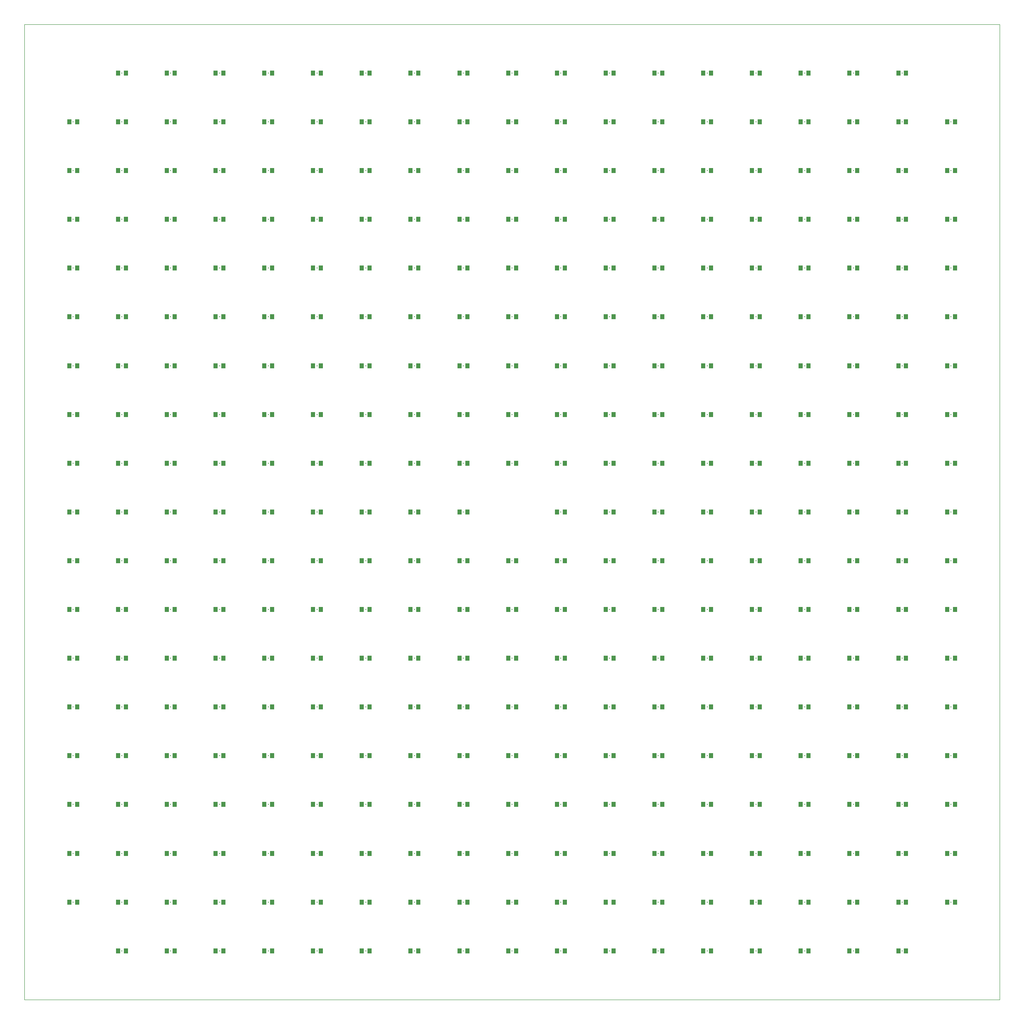
<source format=gtp>
G75*
%MOIN*%
%OFA0B0*%
%FSLAX25Y25*%
%IPPOS*%
%LPD*%
%AMOC8*
5,1,8,0,0,1.08239X$1,22.5*
%
%ADD10C,0.00000*%
%ADD11R,0.03543X0.03937*%
%ADD12C,0.00787*%
D10*
X0020779Y0001800D02*
X0020779Y0789202D01*
X0808180Y0789202D01*
X0808180Y0001800D01*
X0020779Y0001800D01*
D11*
X0096369Y0041170D03*
X0102669Y0041170D03*
X0135740Y0041170D03*
X0142039Y0041170D03*
X0175110Y0041170D03*
X0181409Y0041170D03*
X0214480Y0041170D03*
X0220779Y0041170D03*
X0253850Y0041170D03*
X0260149Y0041170D03*
X0293220Y0041170D03*
X0299519Y0041170D03*
X0332590Y0041170D03*
X0338889Y0041170D03*
X0371960Y0041170D03*
X0378259Y0041170D03*
X0411330Y0041170D03*
X0417629Y0041170D03*
X0450700Y0041170D03*
X0456999Y0041170D03*
X0490070Y0041170D03*
X0496369Y0041170D03*
X0529440Y0041170D03*
X0535740Y0041170D03*
X0568810Y0041170D03*
X0575110Y0041170D03*
X0608180Y0041170D03*
X0614480Y0041170D03*
X0647551Y0041170D03*
X0653850Y0041170D03*
X0686921Y0041170D03*
X0693220Y0041170D03*
X0726291Y0041170D03*
X0732590Y0041170D03*
X0732590Y0080540D03*
X0726291Y0080540D03*
X0693220Y0080540D03*
X0686921Y0080540D03*
X0653850Y0080540D03*
X0647551Y0080540D03*
X0614480Y0080540D03*
X0608180Y0080540D03*
X0575110Y0080540D03*
X0568810Y0080540D03*
X0535740Y0080540D03*
X0529440Y0080540D03*
X0496369Y0080540D03*
X0490070Y0080540D03*
X0456999Y0080540D03*
X0450700Y0080540D03*
X0417629Y0080540D03*
X0411330Y0080540D03*
X0378259Y0080540D03*
X0371960Y0080540D03*
X0338889Y0080540D03*
X0332590Y0080540D03*
X0299519Y0080540D03*
X0293220Y0080540D03*
X0260149Y0080540D03*
X0253850Y0080540D03*
X0220779Y0080540D03*
X0214480Y0080540D03*
X0181409Y0080540D03*
X0175110Y0080540D03*
X0142039Y0080540D03*
X0135740Y0080540D03*
X0102669Y0080540D03*
X0096369Y0080540D03*
X0063299Y0080540D03*
X0056999Y0080540D03*
X0056999Y0119910D03*
X0063299Y0119910D03*
X0096369Y0119910D03*
X0102669Y0119910D03*
X0135740Y0119910D03*
X0142039Y0119910D03*
X0175110Y0119910D03*
X0181409Y0119910D03*
X0214480Y0119910D03*
X0220779Y0119910D03*
X0253850Y0119910D03*
X0260149Y0119910D03*
X0293220Y0119910D03*
X0299519Y0119910D03*
X0332590Y0119910D03*
X0338889Y0119910D03*
X0371960Y0119910D03*
X0378259Y0119910D03*
X0411330Y0119910D03*
X0417629Y0119910D03*
X0450700Y0119910D03*
X0456999Y0119910D03*
X0490070Y0119910D03*
X0496369Y0119910D03*
X0529440Y0119910D03*
X0535740Y0119910D03*
X0568810Y0119910D03*
X0575110Y0119910D03*
X0608180Y0119910D03*
X0614480Y0119910D03*
X0647551Y0119910D03*
X0653850Y0119910D03*
X0686921Y0119910D03*
X0693220Y0119910D03*
X0726291Y0119910D03*
X0732590Y0119910D03*
X0765661Y0119910D03*
X0771960Y0119910D03*
X0771960Y0080540D03*
X0765661Y0080540D03*
X0765661Y0159280D03*
X0771960Y0159280D03*
X0732590Y0159280D03*
X0726291Y0159280D03*
X0693220Y0159280D03*
X0686921Y0159280D03*
X0653850Y0159280D03*
X0647551Y0159280D03*
X0614480Y0159280D03*
X0608180Y0159280D03*
X0575110Y0159280D03*
X0568810Y0159280D03*
X0535740Y0159280D03*
X0529440Y0159280D03*
X0496369Y0159280D03*
X0490070Y0159280D03*
X0456999Y0159280D03*
X0450700Y0159280D03*
X0417629Y0159280D03*
X0411330Y0159280D03*
X0378259Y0159280D03*
X0371960Y0159280D03*
X0338889Y0159280D03*
X0332590Y0159280D03*
X0299519Y0159280D03*
X0293220Y0159280D03*
X0260149Y0159280D03*
X0253850Y0159280D03*
X0220779Y0159280D03*
X0214480Y0159280D03*
X0181409Y0159280D03*
X0175110Y0159280D03*
X0142039Y0159280D03*
X0135740Y0159280D03*
X0102669Y0159280D03*
X0096369Y0159280D03*
X0063299Y0159280D03*
X0056999Y0159280D03*
X0056999Y0198650D03*
X0063299Y0198650D03*
X0096369Y0198650D03*
X0102669Y0198650D03*
X0135740Y0198650D03*
X0142039Y0198650D03*
X0175110Y0198650D03*
X0181409Y0198650D03*
X0214480Y0198650D03*
X0220779Y0198650D03*
X0253850Y0198650D03*
X0260149Y0198650D03*
X0293220Y0198650D03*
X0299519Y0198650D03*
X0332590Y0198650D03*
X0338889Y0198650D03*
X0371960Y0198650D03*
X0378259Y0198650D03*
X0411330Y0198650D03*
X0417629Y0198650D03*
X0450700Y0198650D03*
X0456999Y0198650D03*
X0490070Y0198650D03*
X0496369Y0198650D03*
X0529440Y0198650D03*
X0535740Y0198650D03*
X0568810Y0198650D03*
X0575110Y0198650D03*
X0608180Y0198650D03*
X0614480Y0198650D03*
X0647551Y0198650D03*
X0653850Y0198650D03*
X0686921Y0198650D03*
X0693220Y0198650D03*
X0726291Y0198650D03*
X0732590Y0198650D03*
X0765661Y0198650D03*
X0771960Y0198650D03*
X0771960Y0238020D03*
X0765661Y0238020D03*
X0732590Y0238020D03*
X0726291Y0238020D03*
X0693220Y0238020D03*
X0686921Y0238020D03*
X0653850Y0238020D03*
X0647551Y0238020D03*
X0614480Y0238020D03*
X0608180Y0238020D03*
X0575110Y0238020D03*
X0568810Y0238020D03*
X0535740Y0238020D03*
X0529440Y0238020D03*
X0496369Y0238020D03*
X0490070Y0238020D03*
X0456999Y0238020D03*
X0450700Y0238020D03*
X0417629Y0238020D03*
X0411330Y0238020D03*
X0378259Y0238020D03*
X0371960Y0238020D03*
X0338889Y0238020D03*
X0332590Y0238020D03*
X0299519Y0238020D03*
X0293220Y0238020D03*
X0260149Y0238020D03*
X0253850Y0238020D03*
X0220779Y0238020D03*
X0214480Y0238020D03*
X0181409Y0238020D03*
X0175110Y0238020D03*
X0142039Y0238020D03*
X0135740Y0238020D03*
X0102669Y0238020D03*
X0096369Y0238020D03*
X0063299Y0238020D03*
X0056999Y0238020D03*
X0056999Y0277391D03*
X0063299Y0277391D03*
X0096369Y0277391D03*
X0102669Y0277391D03*
X0135740Y0277391D03*
X0142039Y0277391D03*
X0175110Y0277391D03*
X0181409Y0277391D03*
X0214480Y0277391D03*
X0220779Y0277391D03*
X0253850Y0277391D03*
X0260149Y0277391D03*
X0293220Y0277391D03*
X0299519Y0277391D03*
X0332590Y0277391D03*
X0338889Y0277391D03*
X0371960Y0277391D03*
X0378259Y0277391D03*
X0411330Y0277391D03*
X0417629Y0277391D03*
X0450700Y0277391D03*
X0456999Y0277391D03*
X0490070Y0277391D03*
X0496369Y0277391D03*
X0529440Y0277391D03*
X0535740Y0277391D03*
X0568810Y0277391D03*
X0575110Y0277391D03*
X0608180Y0277391D03*
X0614480Y0277391D03*
X0647551Y0277391D03*
X0653850Y0277391D03*
X0686921Y0277391D03*
X0693220Y0277391D03*
X0726291Y0277391D03*
X0732590Y0277391D03*
X0765661Y0277391D03*
X0771960Y0277391D03*
X0771960Y0316761D03*
X0765661Y0316761D03*
X0732590Y0316761D03*
X0726291Y0316761D03*
X0693220Y0316761D03*
X0686921Y0316761D03*
X0653850Y0316761D03*
X0647551Y0316761D03*
X0614480Y0316761D03*
X0608180Y0316761D03*
X0575110Y0316761D03*
X0568810Y0316761D03*
X0535740Y0316761D03*
X0529440Y0316761D03*
X0496369Y0316761D03*
X0490070Y0316761D03*
X0456999Y0316761D03*
X0450700Y0316761D03*
X0417629Y0316761D03*
X0411330Y0316761D03*
X0378259Y0316761D03*
X0371960Y0316761D03*
X0338889Y0316761D03*
X0332590Y0316761D03*
X0299519Y0316761D03*
X0293220Y0316761D03*
X0260149Y0316761D03*
X0253850Y0316761D03*
X0220779Y0316761D03*
X0214480Y0316761D03*
X0181409Y0316761D03*
X0175110Y0316761D03*
X0142039Y0316761D03*
X0135740Y0316761D03*
X0102669Y0316761D03*
X0096369Y0316761D03*
X0063299Y0316761D03*
X0056999Y0316761D03*
X0056999Y0356131D03*
X0063299Y0356131D03*
X0096369Y0356131D03*
X0102669Y0356131D03*
X0135740Y0356131D03*
X0142039Y0356131D03*
X0175110Y0356131D03*
X0181409Y0356131D03*
X0214480Y0356131D03*
X0220779Y0356131D03*
X0253850Y0356131D03*
X0260149Y0356131D03*
X0293220Y0356131D03*
X0299519Y0356131D03*
X0332590Y0356131D03*
X0338889Y0356131D03*
X0371960Y0356131D03*
X0378259Y0356131D03*
X0411330Y0356131D03*
X0417629Y0356131D03*
X0450700Y0356131D03*
X0456999Y0356131D03*
X0490070Y0356131D03*
X0496369Y0356131D03*
X0529440Y0356131D03*
X0535740Y0356131D03*
X0568810Y0356131D03*
X0575110Y0356131D03*
X0608180Y0356131D03*
X0614480Y0356131D03*
X0647551Y0356131D03*
X0653850Y0356131D03*
X0686921Y0356131D03*
X0693220Y0356131D03*
X0726291Y0356131D03*
X0732590Y0356131D03*
X0765661Y0356131D03*
X0771960Y0356131D03*
X0771960Y0395501D03*
X0765661Y0395501D03*
X0732590Y0395501D03*
X0726291Y0395501D03*
X0693220Y0395501D03*
X0686921Y0395501D03*
X0653850Y0395501D03*
X0647551Y0395501D03*
X0614480Y0395501D03*
X0608180Y0395501D03*
X0575110Y0395501D03*
X0568810Y0395501D03*
X0535740Y0395501D03*
X0529440Y0395501D03*
X0496369Y0395501D03*
X0490070Y0395501D03*
X0456999Y0395501D03*
X0450700Y0395501D03*
X0450700Y0434871D03*
X0456999Y0434871D03*
X0490070Y0434871D03*
X0496369Y0434871D03*
X0529440Y0434871D03*
X0535740Y0434871D03*
X0568810Y0434871D03*
X0575110Y0434871D03*
X0608180Y0434871D03*
X0614480Y0434871D03*
X0647551Y0434871D03*
X0653850Y0434871D03*
X0686921Y0434871D03*
X0693220Y0434871D03*
X0726291Y0434871D03*
X0732590Y0434871D03*
X0765661Y0434871D03*
X0771960Y0434871D03*
X0771960Y0474241D03*
X0765661Y0474241D03*
X0732590Y0474241D03*
X0726291Y0474241D03*
X0693220Y0474241D03*
X0686921Y0474241D03*
X0653850Y0474241D03*
X0647551Y0474241D03*
X0614480Y0474241D03*
X0608180Y0474241D03*
X0575110Y0474241D03*
X0568810Y0474241D03*
X0535740Y0474241D03*
X0529440Y0474241D03*
X0496369Y0474241D03*
X0490070Y0474241D03*
X0456999Y0474241D03*
X0450700Y0474241D03*
X0417629Y0474241D03*
X0411330Y0474241D03*
X0378259Y0474241D03*
X0371960Y0474241D03*
X0338889Y0474241D03*
X0332590Y0474241D03*
X0299519Y0474241D03*
X0293220Y0474241D03*
X0260149Y0474241D03*
X0253850Y0474241D03*
X0220779Y0474241D03*
X0214480Y0474241D03*
X0181409Y0474241D03*
X0175110Y0474241D03*
X0142039Y0474241D03*
X0135740Y0474241D03*
X0102669Y0474241D03*
X0096369Y0474241D03*
X0063299Y0474241D03*
X0056999Y0474241D03*
X0056999Y0513611D03*
X0063299Y0513611D03*
X0096369Y0513611D03*
X0102669Y0513611D03*
X0135740Y0513611D03*
X0142039Y0513611D03*
X0175110Y0513611D03*
X0181409Y0513611D03*
X0214480Y0513611D03*
X0220779Y0513611D03*
X0253850Y0513611D03*
X0260149Y0513611D03*
X0293220Y0513611D03*
X0299519Y0513611D03*
X0332590Y0513611D03*
X0338889Y0513611D03*
X0371960Y0513611D03*
X0378259Y0513611D03*
X0411330Y0513611D03*
X0417629Y0513611D03*
X0450700Y0513611D03*
X0456999Y0513611D03*
X0490070Y0513611D03*
X0496369Y0513611D03*
X0529440Y0513611D03*
X0535740Y0513611D03*
X0568810Y0513611D03*
X0575110Y0513611D03*
X0608180Y0513611D03*
X0614480Y0513611D03*
X0647551Y0513611D03*
X0653850Y0513611D03*
X0686921Y0513611D03*
X0693220Y0513611D03*
X0726291Y0513611D03*
X0732590Y0513611D03*
X0765661Y0513611D03*
X0771960Y0513611D03*
X0771960Y0552981D03*
X0765661Y0552981D03*
X0732590Y0552981D03*
X0726291Y0552981D03*
X0693220Y0552981D03*
X0686921Y0552981D03*
X0653850Y0552981D03*
X0647551Y0552981D03*
X0614480Y0552981D03*
X0608180Y0552981D03*
X0575110Y0552981D03*
X0568810Y0552981D03*
X0535740Y0552981D03*
X0529440Y0552981D03*
X0496369Y0552981D03*
X0490070Y0552981D03*
X0456999Y0552981D03*
X0450700Y0552981D03*
X0417629Y0552981D03*
X0411330Y0552981D03*
X0378259Y0552981D03*
X0371960Y0552981D03*
X0338889Y0552981D03*
X0332590Y0552981D03*
X0299519Y0552981D03*
X0293220Y0552981D03*
X0260149Y0552981D03*
X0253850Y0552981D03*
X0220779Y0552981D03*
X0214480Y0552981D03*
X0181409Y0552981D03*
X0175110Y0552981D03*
X0142039Y0552981D03*
X0135740Y0552981D03*
X0102669Y0552981D03*
X0096369Y0552981D03*
X0063299Y0552981D03*
X0056999Y0552981D03*
X0056999Y0592351D03*
X0063299Y0592351D03*
X0096369Y0592351D03*
X0102669Y0592351D03*
X0135740Y0592351D03*
X0142039Y0592351D03*
X0175110Y0592351D03*
X0181409Y0592351D03*
X0214480Y0592351D03*
X0220779Y0592351D03*
X0253850Y0592351D03*
X0260149Y0592351D03*
X0293220Y0592351D03*
X0299519Y0592351D03*
X0332590Y0592351D03*
X0338889Y0592351D03*
X0371960Y0592351D03*
X0378259Y0592351D03*
X0411330Y0592351D03*
X0417629Y0592351D03*
X0450700Y0592351D03*
X0456999Y0592351D03*
X0490070Y0592351D03*
X0496369Y0592351D03*
X0529440Y0592351D03*
X0535740Y0592351D03*
X0568810Y0592351D03*
X0575110Y0592351D03*
X0608180Y0592351D03*
X0614480Y0592351D03*
X0647551Y0592351D03*
X0653850Y0592351D03*
X0686921Y0592351D03*
X0693220Y0592351D03*
X0726291Y0592351D03*
X0732590Y0592351D03*
X0765661Y0592351D03*
X0771960Y0592351D03*
X0771960Y0631721D03*
X0765661Y0631721D03*
X0732590Y0631721D03*
X0726291Y0631721D03*
X0693220Y0631721D03*
X0686921Y0631721D03*
X0653850Y0631721D03*
X0647551Y0631721D03*
X0614480Y0631721D03*
X0608180Y0631721D03*
X0575110Y0631721D03*
X0568810Y0631721D03*
X0535740Y0631721D03*
X0529440Y0631721D03*
X0496369Y0631721D03*
X0490070Y0631721D03*
X0456999Y0631721D03*
X0450700Y0631721D03*
X0417629Y0631721D03*
X0411330Y0631721D03*
X0378259Y0631721D03*
X0371960Y0631721D03*
X0338889Y0631721D03*
X0332590Y0631721D03*
X0299519Y0631721D03*
X0293220Y0631721D03*
X0260149Y0631721D03*
X0253850Y0631721D03*
X0220779Y0631721D03*
X0214480Y0631721D03*
X0181409Y0631721D03*
X0175110Y0631721D03*
X0142039Y0631721D03*
X0135740Y0631721D03*
X0102669Y0631721D03*
X0096369Y0631721D03*
X0063299Y0631721D03*
X0056999Y0631721D03*
X0056999Y0671091D03*
X0063299Y0671091D03*
X0096369Y0671091D03*
X0102669Y0671091D03*
X0135740Y0671091D03*
X0142039Y0671091D03*
X0175110Y0671091D03*
X0181409Y0671091D03*
X0214480Y0671091D03*
X0220779Y0671091D03*
X0253850Y0671091D03*
X0260149Y0671091D03*
X0293220Y0671091D03*
X0299519Y0671091D03*
X0332590Y0671091D03*
X0338889Y0671091D03*
X0371960Y0671091D03*
X0378259Y0671091D03*
X0411330Y0671091D03*
X0417629Y0671091D03*
X0450700Y0671091D03*
X0456999Y0671091D03*
X0490070Y0671091D03*
X0496369Y0671091D03*
X0529440Y0671091D03*
X0535740Y0671091D03*
X0568810Y0671091D03*
X0575110Y0671091D03*
X0608180Y0671091D03*
X0614480Y0671091D03*
X0647551Y0671091D03*
X0653850Y0671091D03*
X0686921Y0671091D03*
X0693220Y0671091D03*
X0726291Y0671091D03*
X0732590Y0671091D03*
X0765661Y0671091D03*
X0771960Y0671091D03*
X0771960Y0710461D03*
X0765661Y0710461D03*
X0732590Y0710461D03*
X0726291Y0710461D03*
X0693220Y0710461D03*
X0686921Y0710461D03*
X0653850Y0710461D03*
X0647551Y0710461D03*
X0614480Y0710461D03*
X0608180Y0710461D03*
X0575110Y0710461D03*
X0568810Y0710461D03*
X0535740Y0710461D03*
X0529440Y0710461D03*
X0496369Y0710461D03*
X0490070Y0710461D03*
X0456999Y0710461D03*
X0450700Y0710461D03*
X0417629Y0710461D03*
X0411330Y0710461D03*
X0378259Y0710461D03*
X0371960Y0710461D03*
X0338889Y0710461D03*
X0332590Y0710461D03*
X0299519Y0710461D03*
X0293220Y0710461D03*
X0260149Y0710461D03*
X0253850Y0710461D03*
X0220779Y0710461D03*
X0214480Y0710461D03*
X0181409Y0710461D03*
X0175110Y0710461D03*
X0142039Y0710461D03*
X0135740Y0710461D03*
X0102669Y0710461D03*
X0096369Y0710461D03*
X0063299Y0710461D03*
X0056999Y0710461D03*
X0096369Y0749831D03*
X0102669Y0749831D03*
X0135740Y0749831D03*
X0142039Y0749831D03*
X0175110Y0749831D03*
X0181409Y0749831D03*
X0214480Y0749831D03*
X0220779Y0749831D03*
X0253850Y0749831D03*
X0260149Y0749831D03*
X0293220Y0749831D03*
X0299519Y0749831D03*
X0332590Y0749831D03*
X0338889Y0749831D03*
X0371960Y0749831D03*
X0378259Y0749831D03*
X0411330Y0749831D03*
X0417629Y0749831D03*
X0450700Y0749831D03*
X0456999Y0749831D03*
X0490070Y0749831D03*
X0496369Y0749831D03*
X0529440Y0749831D03*
X0535740Y0749831D03*
X0568810Y0749831D03*
X0575110Y0749831D03*
X0608180Y0749831D03*
X0614480Y0749831D03*
X0647551Y0749831D03*
X0653850Y0749831D03*
X0686921Y0749831D03*
X0693220Y0749831D03*
X0726291Y0749831D03*
X0732590Y0749831D03*
X0417629Y0434871D03*
X0411330Y0434871D03*
X0378259Y0434871D03*
X0371960Y0434871D03*
X0338889Y0434871D03*
X0332590Y0434871D03*
X0332590Y0395501D03*
X0338889Y0395501D03*
X0371960Y0395501D03*
X0378259Y0395501D03*
X0299519Y0395501D03*
X0293220Y0395501D03*
X0260149Y0395501D03*
X0253850Y0395501D03*
X0220779Y0395501D03*
X0214480Y0395501D03*
X0181409Y0395501D03*
X0175110Y0395501D03*
X0142039Y0395501D03*
X0135740Y0395501D03*
X0102669Y0395501D03*
X0096369Y0395501D03*
X0063299Y0395501D03*
X0056999Y0395501D03*
X0056999Y0434871D03*
X0063299Y0434871D03*
X0096369Y0434871D03*
X0102669Y0434871D03*
X0135740Y0434871D03*
X0142039Y0434871D03*
X0175110Y0434871D03*
X0181409Y0434871D03*
X0214480Y0434871D03*
X0220779Y0434871D03*
X0253850Y0434871D03*
X0260149Y0434871D03*
X0293220Y0434871D03*
X0299519Y0434871D03*
D12*
X0296369Y0434871D03*
X0296369Y0395501D03*
X0256999Y0395501D03*
X0256999Y0434871D03*
X0217629Y0434871D03*
X0178259Y0434871D03*
X0178259Y0395501D03*
X0217629Y0395501D03*
X0217629Y0356131D03*
X0178259Y0356131D03*
X0138889Y0356131D03*
X0138889Y0395501D03*
X0138889Y0434871D03*
X0138889Y0474241D03*
X0099519Y0474241D03*
X0099519Y0513611D03*
X0060149Y0513611D03*
X0060149Y0474241D03*
X0060149Y0434871D03*
X0060149Y0395501D03*
X0099519Y0395501D03*
X0099519Y0434871D03*
X0099519Y0356131D03*
X0060149Y0356131D03*
X0060149Y0316761D03*
X0099519Y0316761D03*
X0138889Y0316761D03*
X0178259Y0316761D03*
X0217629Y0316761D03*
X0256999Y0316761D03*
X0256999Y0356131D03*
X0296369Y0356131D03*
X0296369Y0316761D03*
X0296369Y0277391D03*
X0256999Y0277391D03*
X0217629Y0277391D03*
X0178259Y0277391D03*
X0138889Y0277391D03*
X0099519Y0277391D03*
X0060149Y0277391D03*
X0060149Y0238020D03*
X0060149Y0198650D03*
X0060149Y0159280D03*
X0060149Y0119910D03*
X0060149Y0080540D03*
X0099519Y0080540D03*
X0099519Y0041170D03*
X0138889Y0041170D03*
X0138889Y0080540D03*
X0178259Y0080540D03*
X0217629Y0080540D03*
X0217629Y0041170D03*
X0178259Y0041170D03*
X0256999Y0041170D03*
X0256999Y0080540D03*
X0256999Y0119910D03*
X0217629Y0119910D03*
X0178259Y0119910D03*
X0138889Y0119910D03*
X0099519Y0119910D03*
X0099519Y0159280D03*
X0138889Y0159280D03*
X0178259Y0159280D03*
X0217629Y0159280D03*
X0256999Y0159280D03*
X0256999Y0198650D03*
X0217629Y0198650D03*
X0178259Y0198650D03*
X0138889Y0198650D03*
X0099519Y0198650D03*
X0099519Y0238020D03*
X0138889Y0238020D03*
X0178259Y0238020D03*
X0217629Y0238020D03*
X0256999Y0238020D03*
X0296369Y0238020D03*
X0296369Y0198650D03*
X0296369Y0159280D03*
X0296369Y0119910D03*
X0296369Y0080540D03*
X0296369Y0041170D03*
X0335740Y0041170D03*
X0375110Y0041170D03*
X0414480Y0041170D03*
X0453850Y0041170D03*
X0493220Y0041170D03*
X0532590Y0041170D03*
X0571960Y0041170D03*
X0611330Y0041170D03*
X0611330Y0080540D03*
X0571960Y0080540D03*
X0532590Y0080540D03*
X0532590Y0119910D03*
X0571960Y0119910D03*
X0611330Y0119910D03*
X0650700Y0119910D03*
X0650700Y0080540D03*
X0650700Y0041170D03*
X0690070Y0041170D03*
X0690070Y0080540D03*
X0690070Y0119910D03*
X0729440Y0119910D03*
X0768810Y0119910D03*
X0768810Y0080540D03*
X0729440Y0080540D03*
X0729440Y0041170D03*
X0729440Y0159280D03*
X0768810Y0159280D03*
X0768810Y0198650D03*
X0729440Y0198650D03*
X0690070Y0198650D03*
X0690070Y0159280D03*
X0650700Y0159280D03*
X0611330Y0159280D03*
X0571960Y0159280D03*
X0532590Y0159280D03*
X0493220Y0159280D03*
X0453850Y0159280D03*
X0453850Y0119910D03*
X0493220Y0119910D03*
X0453850Y0080540D03*
X0414480Y0080540D03*
X0414480Y0119910D03*
X0414480Y0159280D03*
X0414480Y0198650D03*
X0453850Y0198650D03*
X0493220Y0198650D03*
X0532590Y0198650D03*
X0571960Y0198650D03*
X0611330Y0198650D03*
X0650700Y0198650D03*
X0650700Y0238020D03*
X0611330Y0238020D03*
X0571960Y0238020D03*
X0532590Y0238020D03*
X0493220Y0238020D03*
X0453850Y0238020D03*
X0414480Y0238020D03*
X0375110Y0238020D03*
X0375110Y0198650D03*
X0375110Y0159280D03*
X0375110Y0119910D03*
X0375110Y0080540D03*
X0335740Y0080540D03*
X0335740Y0119910D03*
X0335740Y0159280D03*
X0335740Y0198650D03*
X0335740Y0238020D03*
X0335740Y0277391D03*
X0375110Y0277391D03*
X0375110Y0316761D03*
X0414480Y0316761D03*
X0414480Y0356131D03*
X0453850Y0356131D03*
X0493220Y0356131D03*
X0493220Y0395501D03*
X0493220Y0434871D03*
X0453850Y0434871D03*
X0453850Y0395501D03*
X0414480Y0434871D03*
X0414480Y0474241D03*
X0453850Y0474241D03*
X0493220Y0474241D03*
X0532590Y0474241D03*
X0571960Y0474241D03*
X0571960Y0513611D03*
X0611330Y0513611D03*
X0611330Y0474241D03*
X0611330Y0434871D03*
X0611330Y0395501D03*
X0571960Y0395501D03*
X0571960Y0434871D03*
X0532590Y0434871D03*
X0532590Y0395501D03*
X0532590Y0356131D03*
X0571960Y0356131D03*
X0611330Y0356131D03*
X0650700Y0356131D03*
X0650700Y0395501D03*
X0650700Y0434871D03*
X0650700Y0474241D03*
X0650700Y0513611D03*
X0650700Y0552981D03*
X0611330Y0552981D03*
X0571960Y0552981D03*
X0532590Y0552981D03*
X0532590Y0513611D03*
X0493220Y0513611D03*
X0453850Y0513611D03*
X0453850Y0552981D03*
X0493220Y0552981D03*
X0493220Y0592351D03*
X0453850Y0592351D03*
X0453850Y0631721D03*
X0493220Y0631721D03*
X0532590Y0631721D03*
X0532590Y0592351D03*
X0571960Y0592351D03*
X0611330Y0592351D03*
X0650700Y0592351D03*
X0690070Y0592351D03*
X0690070Y0552981D03*
X0690070Y0513611D03*
X0690070Y0474241D03*
X0690070Y0434871D03*
X0690070Y0395501D03*
X0690070Y0356131D03*
X0729440Y0356131D03*
X0768810Y0356131D03*
X0768810Y0395501D03*
X0729440Y0395501D03*
X0729440Y0434871D03*
X0768810Y0434871D03*
X0768810Y0474241D03*
X0729440Y0474241D03*
X0729440Y0513611D03*
X0768810Y0513611D03*
X0768810Y0552981D03*
X0729440Y0552981D03*
X0729440Y0592351D03*
X0768810Y0592351D03*
X0768810Y0631721D03*
X0729440Y0631721D03*
X0690070Y0631721D03*
X0650700Y0631721D03*
X0611330Y0631721D03*
X0571960Y0631721D03*
X0571960Y0671091D03*
X0611330Y0671091D03*
X0650700Y0671091D03*
X0690070Y0671091D03*
X0729440Y0671091D03*
X0768810Y0671091D03*
X0768810Y0710461D03*
X0729440Y0710461D03*
X0690070Y0710461D03*
X0650700Y0710461D03*
X0611330Y0710461D03*
X0571960Y0710461D03*
X0532590Y0710461D03*
X0532590Y0671091D03*
X0493220Y0671091D03*
X0453850Y0671091D03*
X0414480Y0671091D03*
X0414480Y0631721D03*
X0414480Y0592351D03*
X0414480Y0552981D03*
X0414480Y0513611D03*
X0375110Y0513611D03*
X0375110Y0474241D03*
X0375110Y0434871D03*
X0375110Y0395501D03*
X0375110Y0356131D03*
X0335740Y0356131D03*
X0335740Y0395501D03*
X0335740Y0434871D03*
X0335740Y0474241D03*
X0335740Y0513611D03*
X0335740Y0552981D03*
X0375110Y0552981D03*
X0375110Y0592351D03*
X0375110Y0631721D03*
X0375110Y0671091D03*
X0375110Y0710461D03*
X0414480Y0710461D03*
X0453850Y0710461D03*
X0493220Y0710461D03*
X0493220Y0749831D03*
X0453850Y0749831D03*
X0414480Y0749831D03*
X0375110Y0749831D03*
X0335740Y0749831D03*
X0335740Y0710461D03*
X0335740Y0671091D03*
X0335740Y0631721D03*
X0335740Y0592351D03*
X0296369Y0592351D03*
X0256999Y0592351D03*
X0217629Y0592351D03*
X0178259Y0592351D03*
X0138889Y0592351D03*
X0138889Y0552981D03*
X0099519Y0552981D03*
X0060149Y0552981D03*
X0060149Y0592351D03*
X0099519Y0592351D03*
X0099519Y0631721D03*
X0060149Y0631721D03*
X0060149Y0671091D03*
X0099519Y0671091D03*
X0138889Y0671091D03*
X0138889Y0631721D03*
X0178259Y0631721D03*
X0217629Y0631721D03*
X0217629Y0671091D03*
X0178259Y0671091D03*
X0178259Y0710461D03*
X0217629Y0710461D03*
X0256999Y0710461D03*
X0256999Y0671091D03*
X0256999Y0631721D03*
X0296369Y0631721D03*
X0296369Y0671091D03*
X0296369Y0710461D03*
X0296369Y0749831D03*
X0256999Y0749831D03*
X0217629Y0749831D03*
X0178259Y0749831D03*
X0138889Y0749831D03*
X0138889Y0710461D03*
X0099519Y0710461D03*
X0060149Y0710461D03*
X0099519Y0749831D03*
X0178259Y0552981D03*
X0217629Y0552981D03*
X0217629Y0513611D03*
X0178259Y0513611D03*
X0138889Y0513611D03*
X0178259Y0474241D03*
X0217629Y0474241D03*
X0256999Y0474241D03*
X0256999Y0513611D03*
X0256999Y0552981D03*
X0296369Y0552981D03*
X0296369Y0513611D03*
X0296369Y0474241D03*
X0335740Y0316761D03*
X0414480Y0277391D03*
X0453850Y0277391D03*
X0493220Y0277391D03*
X0493220Y0316761D03*
X0453850Y0316761D03*
X0532590Y0316761D03*
X0571960Y0316761D03*
X0611330Y0316761D03*
X0650700Y0316761D03*
X0690070Y0316761D03*
X0729440Y0316761D03*
X0768810Y0316761D03*
X0768810Y0277391D03*
X0729440Y0277391D03*
X0690070Y0277391D03*
X0650700Y0277391D03*
X0611330Y0277391D03*
X0571960Y0277391D03*
X0532590Y0277391D03*
X0690070Y0238020D03*
X0729440Y0238020D03*
X0768810Y0238020D03*
X0729440Y0749831D03*
X0690070Y0749831D03*
X0650700Y0749831D03*
X0611330Y0749831D03*
X0571960Y0749831D03*
X0532590Y0749831D03*
M02*

</source>
